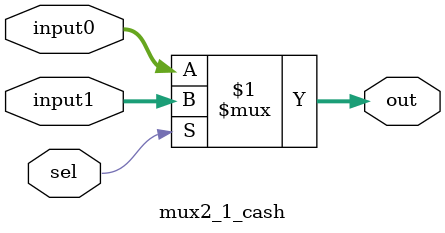
<source format=sv>
module mux2_1_cash (
  input  logic        sel,
  input  logic [127:0] input0,
  input  logic [127:0] input1,
  output logic [127:0] out
);

assign out = sel? input1:input0;
endmodule

</source>
